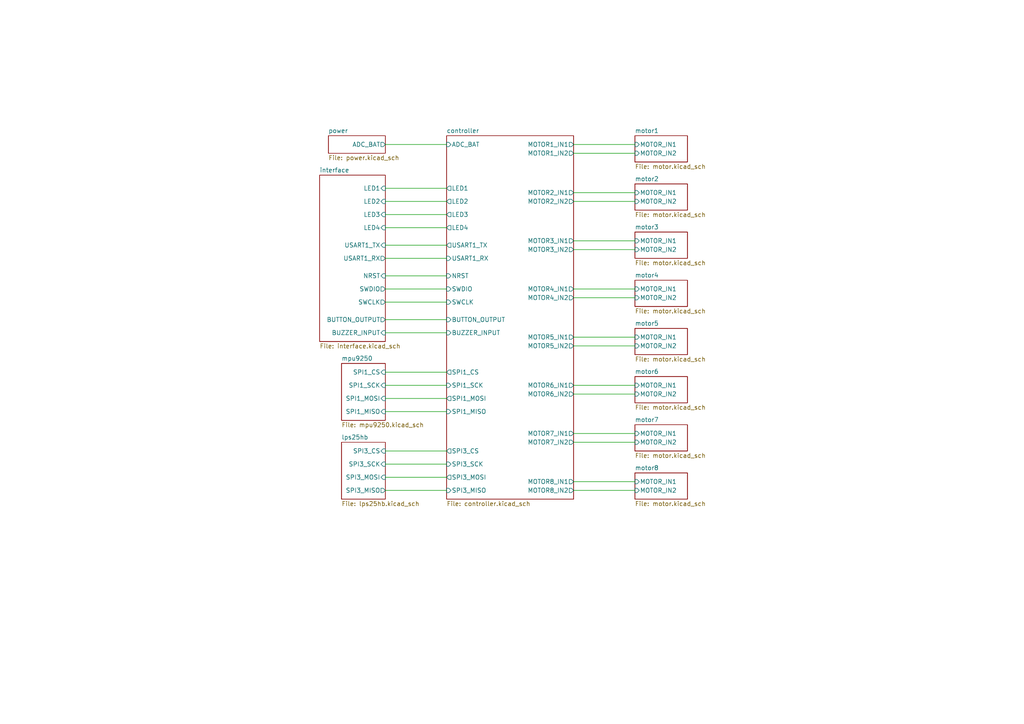
<source format=kicad_sch>
(kicad_sch (version 20211123) (generator eeschema)
  (paper "A4")
  (lib_symbols)
  (wire (pts (xy 166.37 58.42) (xy 184.15 58.42)))
  (wire (pts (xy 111.76 80.01) (xy 129.54 80.01)))
  (wire (pts (xy 166.37 55.88) (xy 184.15 55.88)))
  (wire (pts (xy 166.37 86.36) (xy 184.15 86.36)))
  (wire (pts (xy 166.37 142.24) (xy 184.15 142.24)))
  (wire (pts (xy 166.37 100.33) (xy 184.15 100.33)))
  (wire (pts (xy 111.76 62.23) (xy 129.54 62.23)))
  (wire (pts (xy 166.37 111.76) (xy 184.15 111.76)))
  (wire (pts (xy 111.76 134.62) (xy 129.54 134.62)))
  (wire (pts (xy 111.76 66.04) (xy 129.54 66.04)))
  (wire (pts (xy 166.37 72.39) (xy 184.15 72.39)))
  (wire (pts (xy 111.76 58.42) (xy 129.54 58.42)))
  (wire (pts (xy 111.76 119.38) (xy 129.54 119.38)))
  (wire (pts (xy 166.37 83.82) (xy 184.15 83.82)))
  (wire (pts (xy 111.76 83.82) (xy 129.54 83.82)))
  (wire (pts (xy 111.76 107.95) (xy 129.54 107.95)))
  (wire (pts (xy 166.37 41.91) (xy 184.15 41.91)))
  (wire (pts (xy 166.37 97.79) (xy 184.15 97.79)))
  (wire (pts (xy 111.76 142.24) (xy 129.54 142.24)))
  (wire (pts (xy 111.76 74.93) (xy 129.54 74.93)))
  (wire (pts (xy 111.76 92.71) (xy 129.54 92.71)))
  (wire (pts (xy 166.37 128.27) (xy 184.15 128.27)))
  (wire (pts (xy 166.37 125.73) (xy 184.15 125.73)))
  (wire (pts (xy 166.37 44.45) (xy 184.15 44.45)))
  (wire (pts (xy 166.37 69.85) (xy 184.15 69.85)))
  (wire (pts (xy 111.76 138.43) (xy 129.54 138.43)))
  (wire (pts (xy 111.76 54.61) (xy 129.54 54.61)))
  (wire (pts (xy 111.76 111.76) (xy 129.54 111.76)))
  (wire (pts (xy 111.76 115.57) (xy 129.54 115.57)))
  (wire (pts (xy 111.76 41.91) (xy 129.54 41.91)))
  (wire (pts (xy 111.76 71.12) (xy 129.54 71.12)))
  (wire (pts (xy 111.76 87.63) (xy 129.54 87.63)))
  (wire (pts (xy 111.76 130.81) (xy 129.54 130.81)))
  (wire (pts (xy 166.37 114.3) (xy 184.15 114.3)))
  (wire (pts (xy 111.76 96.52) (xy 129.54 96.52)))
  (wire (pts (xy 166.37 139.7) (xy 184.15 139.7)))
  (sheet (at 184.15 67.31) (size 15.24 7.62) (stroke (width 0.1524))
    (property "Sheet name" "motor3" (at 184.15 66.5984 0) (effects (justify left bottom)))
    (property "Sheet file" "motor.kicad_sch" (at 184.15 75.5146 0) (effects (justify left top)))
    (pin "MOTOR_IN1" input (at 184.15 69.85 180))
    (pin "MOTOR_IN2" input (at 184.15 72.39 180))
  )
  (sheet (at 99.06 128.27) (size 12.7 16.51) (stroke (width 0.1524))
    (property "Sheet name" "lps25hb" (at 99.06 127.5584 0) (effects (justify left bottom)))
    (property "Sheet file" "lps25hb.kicad_sch" (at 99.06 145.3646 0) (effects (justify left top)))
    (pin "SPI3_SCK" input (at 111.76 134.62 0))
    (pin "SPI3_MOSI" input (at 111.76 138.43 0))
    (pin "SPI3_CS" input (at 111.76 130.81 0))
    (pin "SPI3_MISO" output (at 111.76 142.24 0))
  )
  (sheet (at 92.71 50.8) (size 19.05 48.26) (stroke (width 0.1524))
    (property "Sheet name" "interface" (at 92.71 50.0884 0) (effects (justify left bottom)))
    (property "Sheet file" "interface.kicad_sch" (at 92.71 99.6446 0) (effects (justify left top)))
    (pin "NRST" input (at 111.76 80.01 0))
    (pin "USART1_TX" input (at 111.76 71.12 0))
    (pin "USART1_RX" output (at 111.76 74.93 0))
    (pin "BUTTON_OUTPUT" output (at 111.76 92.71 0))
    (pin "BUZZER_INPUT" input (at 111.76 96.52 0))
    (pin "LED2" input (at 111.76 58.42 0))
    (pin "LED3" input (at 111.76 62.23 0))
    (pin "LED1" input (at 111.76 54.61 0))
    (pin "LED4" input (at 111.76 66.04 0))
    (pin "SWDIO" output (at 111.76 83.82 0))
    (pin "SWCLK" output (at 111.76 87.63 0))
  )
  (sheet (at 129.54 39.37) (size 36.83 105.41) (stroke (width 0.1524))
    (property "Sheet name" "controller" (at 129.54 38.6584 0) (effects (justify left bottom)))
    (property "Sheet file" "controller.kicad_sch" (at 129.54 145.3646 0) (effects (justify left top)))
    (pin "LED4" output (at 129.54 66.04 180))
    (pin "LED3" output (at 129.54 62.23 180))
    (pin "USART1_TX" output (at 129.54 71.12 180))
    (pin "LED1" output (at 129.54 54.61 180))
    (pin "MOTOR8_IN2" output (at 166.37 142.24 0))
    (pin "LED2" output (at 129.54 58.42 180))
    (pin "MOTOR8_IN1" output (at 166.37 139.7 0))
    (pin "MOTOR4_IN2" output (at 166.37 86.36 0))
    (pin "SWDIO" input (at 129.54 83.82 180))
    (pin "USART1_RX" input (at 129.54 74.93 180))
    (pin "MOTOR3_IN1" output (at 166.37 69.85 0))
    (pin "MOTOR1_IN2" output (at 166.37 44.45 0))
    (pin "SWCLK" input (at 129.54 87.63 180))
    (pin "MOTOR6_IN2" output (at 166.37 114.3 0))
    (pin "MOTOR5_IN2" output (at 166.37 100.33 0))
    (pin "MOTOR3_IN2" output (at 166.37 72.39 0))
    (pin "MOTOR6_IN1" output (at 166.37 111.76 0))
    (pin "MOTOR5_IN1" output (at 166.37 97.79 0))
    (pin "SPI3_SCK" input (at 129.54 134.62 180))
    (pin "SPI3_MISO" input (at 129.54 142.24 180))
    (pin "MOTOR1_IN1" output (at 166.37 41.91 0))
    (pin "BUTTON_OUTPUT" input (at 129.54 92.71 180))
    (pin "MOTOR2_IN1" output (at 166.37 55.88 0))
    (pin "BUZZER_INPUT" input (at 129.54 96.52 180))
    (pin "MOTOR7_IN1" output (at 166.37 125.73 0))
    (pin "MOTOR7_IN2" output (at 166.37 128.27 0))
    (pin "NRST" input (at 129.54 80.01 180))
    (pin "MOTOR2_IN2" output (at 166.37 58.42 0))
    (pin "SPI1_SCK" input (at 129.54 111.76 180))
    (pin "SPI1_MISO" input (at 129.54 119.38 180))
    (pin "ADC_BAT" input (at 129.54 41.91 180))
    (pin "MOTOR4_IN1" output (at 166.37 83.82 0))
    (pin "SPI1_MOSI" output (at 129.54 115.57 180))
    (pin "SPI3_MOSI" output (at 129.54 138.43 180))
    (pin "SPI3_CS" output (at 129.54 130.81 180))
    (pin "SPI1_CS" output (at 129.54 107.95 180))
  )
  (sheet (at 95.25 39.37) (size 16.51 5.08) (stroke (width 0.1524))
    (property "Sheet name" "power" (at 95.25 38.6584 0) (effects (justify left bottom)))
    (property "Sheet file" "power.kicad_sch" (at 95.25 45.0346 0) (effects (justify left top)))
    (pin "ADC_BAT" output (at 111.76 41.91 0))
  )
  (sheet (at 184.15 53.34) (size 15.24 7.62) (stroke (width 0.1524))
    (property "Sheet name" "motor2" (at 184.15 52.6284 0) (effects (justify left bottom)))
    (property "Sheet file" "motor.kicad_sch" (at 184.15 61.5446 0) (effects (justify left top)))
    (pin "MOTOR_IN1" input (at 184.15 55.88 180))
    (pin "MOTOR_IN2" input (at 184.15 58.42 180))
  )
  (sheet (at 184.15 137.16) (size 15.24 7.62) (stroke (width 0.1524))
    (property "Sheet name" "motor8" (at 184.15 136.4484 0) (effects (justify left bottom)))
    (property "Sheet file" "motor.kicad_sch" (at 184.15 145.3646 0) (effects (justify left top)))
    (pin "MOTOR_IN1" input (at 184.15 139.7 180))
    (pin "MOTOR_IN2" input (at 184.15 142.24 180))
  )
  (sheet (at 184.15 39.37) (size 15.24 7.62) (stroke (width 0.1524))
    (property "Sheet name" "motor1" (at 184.15 38.6584 0) (effects (justify left bottom)))
    (property "Sheet file" "motor.kicad_sch" (at 184.15 47.5746 0) (effects (justify left top)))
    (pin "MOTOR_IN1" input (at 184.15 41.91 180))
    (pin "MOTOR_IN2" input (at 184.15 44.45 180))
  )
  (sheet (at 184.15 81.28) (size 15.24 7.62) (stroke (width 0.1524))
    (property "Sheet name" "motor4" (at 184.15 80.5684 0) (effects (justify left bottom)))
    (property "Sheet file" "motor.kicad_sch" (at 184.15 89.4846 0) (effects (justify left top)))
    (pin "MOTOR_IN1" input (at 184.15 83.82 180))
    (pin "MOTOR_IN2" input (at 184.15 86.36 180))
  )
  (sheet (at 184.15 123.19) (size 15.24 7.62) (stroke (width 0.1524))
    (property "Sheet name" "motor7" (at 184.15 122.4784 0) (effects (justify left bottom)))
    (property "Sheet file" "motor.kicad_sch" (at 184.15 131.3946 0) (effects (justify left top)))
    (pin "MOTOR_IN1" input (at 184.15 125.73 180))
    (pin "MOTOR_IN2" input (at 184.15 128.27 180))
  )
  (sheet (at 99.06 105.41) (size 12.7 16.51) (stroke (width 0.1524))
    (property "Sheet name" "mpu9250" (at 99.06 104.6984 0) (effects (justify left bottom)))
    (property "Sheet file" "mpu9250.kicad_sch" (at 99.06 122.5046 0) (effects (justify left top)))
    (pin "SPI1_CS" input (at 111.76 107.95 0))
    (pin "SPI1_SCK" input (at 111.76 111.76 0))
    (pin "SPI1_MOSI" input (at 111.76 115.57 0))
    (pin "SPI1_MISO" input (at 111.76 119.38 0))
  )
  (sheet (at 184.15 95.25) (size 15.24 7.62) (stroke (width 0.1524))
    (property "Sheet name" "motor5" (at 184.15 94.5384 0) (effects (justify left bottom)))
    (property "Sheet file" "motor.kicad_sch" (at 184.15 103.4546 0) (effects (justify left top)))
    (pin "MOTOR_IN1" input (at 184.15 97.79 180))
    (pin "MOTOR_IN2" input (at 184.15 100.33 180))
  )
  (sheet (at 184.15 109.22) (size 15.24 7.62) (stroke (width 0.1524))
    (property "Sheet name" "motor6" (at 184.15 108.5084 0) (effects (justify left bottom)))
    (property "Sheet file" "motor.kicad_sch" (at 184.15 117.4246 0) (effects (justify left top)))
    (pin "MOTOR_IN1" input (at 184.15 111.76 180))
    (pin "MOTOR_IN2" input (at 184.15 114.3 180))
  )
)
</source>
